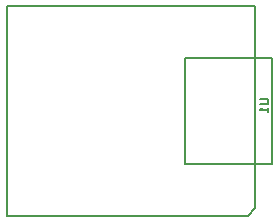
<source format=gbr>
%TF.GenerationSoftware,KiCad,Pcbnew,8.0.6*%
%TF.CreationDate,2025-02-09T14:24:31+00:00*%
%TF.ProjectId,disturbance-free-calling,64697374-7572-4626-916e-63652d667265,rev?*%
%TF.SameCoordinates,Original*%
%TF.FileFunction,Legend,Bot*%
%TF.FilePolarity,Positive*%
%FSLAX46Y46*%
G04 Gerber Fmt 4.6, Leading zero omitted, Abs format (unit mm)*
G04 Created by KiCad (PCBNEW 8.0.6) date 2025-02-09 14:24:31*
%MOMM*%
%LPD*%
G01*
G04 APERTURE LIST*
%ADD10C,0.150000*%
%ADD11C,0.127000*%
G04 APERTURE END LIST*
D10*
X139476533Y-59132166D02*
X140043200Y-59132166D01*
X140043200Y-59132166D02*
X140109866Y-59165500D01*
X140109866Y-59165500D02*
X140143200Y-59198833D01*
X140143200Y-59198833D02*
X140176533Y-59265500D01*
X140176533Y-59265500D02*
X140176533Y-59398833D01*
X140176533Y-59398833D02*
X140143200Y-59465500D01*
X140143200Y-59465500D02*
X140109866Y-59498833D01*
X140109866Y-59498833D02*
X140043200Y-59532166D01*
X140043200Y-59532166D02*
X139476533Y-59532166D01*
X140176533Y-60232166D02*
X140176533Y-59832166D01*
X140176533Y-60032166D02*
X139476533Y-60032166D01*
X139476533Y-60032166D02*
X139576533Y-59965499D01*
X139576533Y-59965499D02*
X139643200Y-59898833D01*
X139643200Y-59898833D02*
X139676533Y-59832166D01*
D11*
%TO.C,U1*%
X118080000Y-51200000D02*
X118080000Y-69000000D01*
X118080000Y-69000000D02*
X138408500Y-69000000D01*
X133152000Y-55605000D02*
X140504000Y-55605000D01*
X133152000Y-64604000D02*
X133152000Y-55605000D01*
X138408500Y-69000000D02*
X139080000Y-68328459D01*
X139080000Y-51200000D02*
X118080000Y-51200000D01*
X139080000Y-68328459D02*
X139080000Y-51200000D01*
X140504000Y-55605000D02*
X140504000Y-64600000D01*
X140505000Y-64604000D02*
X133152000Y-64604000D01*
%TD*%
M02*

</source>
